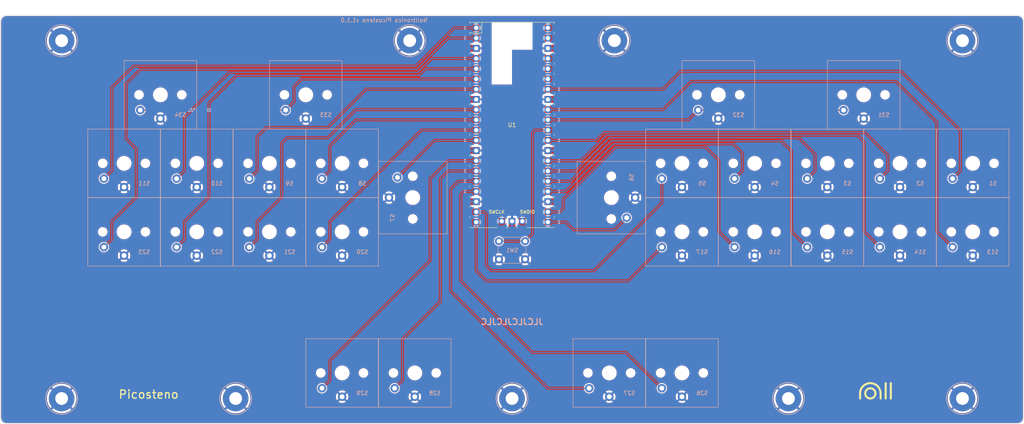
<source format=kicad_pcb>
(kicad_pcb (version 20211014) (generator pcbnew)
  (layers (0 "F.Cu" signal) (31 "B.Cu" signal) (34 "B.Paste" user) (35 "F.Paste" user) (36 "B.SilkS" user "B.Silkscreen") (37 "F.SilkS" user "F.Silkscreen") (38 "B.Mask" user) (39 "F.Mask" user) (44 "Edge.Cuts" user))
  (net 0 "")
  (net 1 "GND")
  (net 2 "+3V3")
  (net 3 "/RUN")
  (net 7 "/GPIO28")
  (net 8 "/GPIO26")
  (net 9 "/GPIO21")
  (net 10 "/GPIO19")
  (net 11 "/GPIO17")
  (net 12 "/GPIO13")
  (net 13 "/GPIO9")
  (net 14 "/GPIO7")
  (net 15 "/GPIO5")
  (net 16 "/GPIO3")
  (net 17 "/GPIO0")
  (net 18 "/GPIO27")
  (net 19 "/GPIO22")
  (net 20 "/GPIO20")
  (net 21 "/GPIO18")
  (net 22 "/GPIO16")
  (net 23 "/GPIO10")
  (net 24 "/GPIO8")
  (net 25 "/GPIO6")
  (net 26 "/GPIO4")
  (net 27 "/GPIO1")
  (net 28 "/GPIO15")
  (net 29 "/GPIO14")
  (net 30 "/GPIO12")
  (net 31 "/GPIO11")
  (net 32 "/GPIO2")
  (footprint "MCU_RaspberryPi_and_Boards:RPi_Pico_SMD_TH" (layer "F.Cu") (at 152.4 78.105)
    (fp_text reference "U1" (at 0 0) (layer "F.SilkS"))
    (fp_text value "Pico")
    (fp_text user "SWDIO" (at 3.81 21.59) (layer "F.SilkS") (effects (font (size 0.8 0.8))))
    (fp_text user "SWCLK" (at -3.81 21.59) (layer "F.SilkS") (effects (font (size 0.8 0.8))))
    (pad "" np_thru_hole oval (at -2.425 -20.97) (size 1.5 1.5) (drill 1.5) (layers *.Cu *.Mask))
    (pad "" np_thru_hole oval (at -2.725 -24) (size 1.8 1.8) (drill 1.8) (layers *.Cu *.Mask))
    (pad "" np_thru_hole oval (at 2.725 -24) (size 1.8 1.8) (drill 1.8) (layers *.Cu *.Mask))
    (pad "" np_thru_hole oval (at 2.425 -20.97) (size 1.5 1.5) (drill 1.5) (layers *.Cu *.Mask))
    (pad "1" smd rect (at -8.89 -24.13) (size 3.5 1.7) (drill (offset -0.9 0)) (layers "F.Cu" "F.Mask") (net 17 "/GPIO0"))
    (pad "1" thru_hole oval (at -8.89 -24.13) (size 1.7 1.7) (drill 1.02) (layers *.Cu *.Mask) (net 17 "/GPIO0"))
    (pad "2" thru_hole oval (at -8.89 -21.59) (size 1.7 1.7) (drill 1.02) (layers *.Cu *.Mask) (net 27 "/GPIO1"))
    (pad "2" smd rect (at -8.89 -21.59) (size 3.5 1.7) (drill (offset -0.9 0)) (layers "F.Cu" "F.Mask") (net 27 "/GPIO1"))
    (pad "3" thru_hole rect (at -8.89 -19.05) (size 1.7 1.7) (drill 1.02) (layers *.Cu *.Mask) (net 1 "GND"))
    (pad "3" smd rect (at -8.89 -19.05) (size 3.5 1.7) (drill (offset -0.9 0)) (layers "F.Cu" "F.Mask") (net 1 "GND"))
    (pad "4" smd rect (at -8.89 -16.51) (size 3.5 1.7) (drill (offset -0.9 0)) (layers "F.Cu" "F.Mask") (net 32 "/GPIO2"))
    (pad "4" thru_hole oval (at -8.89 -16.51) (size 1.7 1.7) (drill 1.02) (layers *.Cu *.Mask) (net 32 "/GPIO2"))
    (pad "5" smd rect (at -8.89 -13.97) (size 3.5 1.7) (drill (offset -0.9 0)) (layers "F.Cu" "F.Mask") (net 16 "/GPIO3"))
    (pad "5" thru_hole oval (at -8.89 -13.97) (size 1.7 1.7) (drill 1.02) (layers *.Cu *.Mask) (net 16 "/GPIO3"))
    (pad "6" smd rect (at -8.89 -11.43) (size 3.5 1.7) (drill (offset -0.9 0)) (layers "F.Cu" "F.Mask") (net 26 "/GPIO4"))
    (pad "6" thru_hole oval (at -8.89 -11.43) (size 1.7 1.7) (drill 1.02) (layers *.Cu *.Mask) (net 26 "/GPIO4"))
    (pad "7" smd rect (at -8.89 -8.89) (size 3.5 1.7) (drill (offset -0.9 0)) (layers "F.Cu" "F.Mask") (net 15 "/GPIO5"))
    (pad "7" thru_hole oval (at -8.89 -8.89) (size 1.7 1.7) (drill 1.02) (layers *.Cu *.Mask) (net 15 "/GPIO5"))
    (pad "8" smd rect (at -8.89 -6.35) (size 3.5 1.7) (drill (offset -0.9 0)) (layers "F.Cu" "F.Mask") (net 1 "GND"))
    (pad "8" thru_hole rect (at -8.89 -6.35) (size 1.7 1.7) (drill 1.02) (layers *.Cu *.Mask) (net 1 "GND"))
    (pad "9" smd rect (at -8.89 -3.81) (size 3.5 1.7) (drill (offset -0.9 0)) (layers "F.Cu" "F.Mask") (net 25 "/GPIO6"))
    (pad "9" thru_hole oval (at -8.89 -3.81) (size 1.7 1.7) (drill 1.02) (layers *.Cu *.Mask) (net 25 "/GPIO6"))
    (pad "10" thru_hole oval (at -8.89 -1.27) (size 1.7 1.7) (drill 1.02) (layers *.Cu *.Mask) (net 14 "/GPIO7"))
    (pad "10" smd rect (at -8.89 -1.27) (size 3.5 1.7) (drill (offset -0.9 0)) (layers "F.Cu" "F.Mask") (net 14 "/GPIO7"))
    (pad "11" smd rect (at -8.89 1.27) (size 3.5 1.7) (drill (offset -0.9 0)) (layers "F.Cu" "F.Mask") (net 24 "/GPIO8"))
    (pad "11" thru_hole oval (at -8.89 1.27) (size 1.7 1.7) (drill 1.02) (layers *.Cu *.Mask) (net 24 "/GPIO8"))
    (pad "12" thru_hole oval (at -8.89 3.81) (size 1.7 1.7) (drill 1.02) (layers *.Cu *.Mask) (net 13 "/GPIO9"))
    (pad "12" smd rect (at -8.89 3.81) (size 3.5 1.7) (drill (offset -0.9 0)) (layers "F.Cu" "F.Mask") (net 13 "/GPIO9"))
    (pad "13" smd rect (at -8.89 6.35) (size 3.5 1.7) (drill (offset -0.9 0)) (layers "F.Cu" "F.Mask") (net 1 "GND"))
    (pad "13" thru_hole rect (at -8.89 6.35) (size 1.7 1.7) (drill 1.02) (layers *.Cu *.Mask) (net 1 "GND"))
    (pad "14" smd rect (at -8.89 8.89) (size 3.5 1.7) (drill (offset -0.9 0)) (layers "F.Cu" "F.Mask") (net 23 "/GPIO10"))
    (pad "14" thru_hole oval (at -8.89 8.89) (size 1.7 1.7) (drill 1.02) (layers *.Cu *.Mask) (net 23 "/GPIO10"))
    (pad "15" smd rect (at -8.89 11.43) (size 3.5 1.7) (drill (offset -0.9 0)) (layers "F.Cu" "F.Mask") (net 31 "/GPIO11"))
    (pad "15" thru_hole oval (at -8.89 11.43) (size 1.7 1.7) (drill 1.02) (layers *.Cu *.Mask) (net 31 "/GPIO11"))
    (pad "16" smd rect (at -8.89 13.97) (size 3.5 1.7) (drill (offset -0.9 0)) (layers "F.Cu" "F.Mask") (net 30 "/GPIO12"))
    (pad "16" thru_hole oval (at -8.89 13.97) (size 1.7 1.7) (drill 1.02) (layers *.Cu *.Mask) (net 30 "/GPIO12"))
    (pad "17" thru_hole oval (at -8.89 16.51) (size 1.7 1.7) (drill 1.02) (layers *.Cu *.Mask) (net 12 "/GPIO13"))
    (pad "17" smd rect (at -8.89 16.51) (size 3.5 1.7) (drill (offset -0.9 0)) (layers "F.Cu" "F.Mask") (net 12 "/GPIO13"))
    (pad "18" smd rect (at -8.89 19.05) (size 3.5 1.7) (drill (offset -0.9 0)) (layers "F.Cu" "F.Mask") (net 1 "GND"))
    (pad "18" thru_hole rect (at -8.89 19.05) (size 1.7 1.7) (drill 1.02) (layers *.Cu *.Mask) (net 1 "GND"))
    (pad "19" thru_hole oval (at -8.89 21.59) (size 1.7 1.7) (drill 1.02) (layers *.Cu *.Mask) (net 29 "/GPIO14"))
    (pad "19" smd rect (at -8.89 21.59) (size 3.5 1.7) (drill (offset -0.9 0)) (layers "F.Cu" "F.Mask") (net 29 "/GPIO14"))
    (pad "20" thru_hole oval (at -8.89 24.13) (size 1.7 1.7) (drill 1.02) (layers *.Cu *.Mask) (net 28 "/GPIO15"))
    (pad "20" smd rect (at -8.89 24.13) (size 3.5 1.7) (drill (offset -0.9 0)) (layers "F.Cu" "F.Mask") (net 28 "/GPIO15"))
    (pad "21" thru_hole oval (at 8.89 24.13) (size 1.7 1.7) (drill 1.02) (layers *.Cu *.Mask) (net 22 "/GPIO16"))
    (pad "21" smd rect (at 8.89 24.13) (size 3.5 1.7) (drill (offset 0.9 0)) (layers "F.Cu" "F.Mask") (net 22 "/GPIO16"))
    (pad "22" thru_hole oval (at 8.89 21.59) (size 1.7 1.7) (drill 1.02) (layers *.Cu *.Mask) (net 11 "/GPIO17"))
    (pad "22" smd rect (at 8.89 21.59) (size 3.5 1.7) (drill (offset 0.9 0)) (layers "F.Cu" "F.Mask") (net 11 "/GPIO17"))
    (pad "23" smd rect (at 8.89 19.05) (size 3.5 1.7) (drill (offset 0.9 0)) (layers "F.Cu" "F.Mask") (net 1 "GND"))
    (pad "23" thru_hole rect (at 8.89 19.05) (size 1.7 1.7) (drill 1.02) (layers *.Cu *.Mask) (net 1 "GND"))
    (pad "24" thru_hole oval (at 8.89 16.51) (size 1.7 1.7) (drill 1.02) (layers *.Cu *.Mask) (net 21 "/GPIO18"))
    (pad "24" smd rect (at 8.89 16.51) (size 3.5 1.7) (drill (offset 0.9 0)) (layers "F.Cu" "F.Mask") (net 21 "/GPIO18"))
    (pad "25" smd rect (at 8.89 13.97) (size 3.5 1.7) (drill (offset 0.9 0)) (layers "F.Cu" "F.Mask") (net 10 "/GPIO19"))
    (pad "25" thru_hole oval (at 8.89 13.97) (size 1.7 1.7) (drill 1.02) (layers *.Cu *.Mask) (net 10 "/GPIO19"))
    (pad "26" thru_hole oval (at 8.89 11.43) (size 1.7 1.7) (drill 1.02) (layers *.Cu *.Mask) (net 20 "/GPIO20"))
    (pad "26" smd rect (at 8.89 11.43) (size 3.5 1.7) (drill (offset 0.9 0)) (layers "F.Cu" "F.Mask") (net 20 "/GPIO20"))
    (pad "27" thru_hole oval (at 8.89 8.89) (size 1.7 1.7) (drill 1.02) (layers *.Cu *.Mask) (net 9 "/GPIO21"))
    (pad "27" smd rect (at 8.89 8.89) (size 3.5 1.7) (drill (offset 0.9 0)) (layers "F.Cu" "F.Mask") (net 9 "/GPIO21"))
    (pad "28" thru_hole rect (at 8.89 6.35) (size 1.7 1.7) (drill 1.02) (layers *.Cu *.Mask) (net 1 "GND"))
    (pad "28" smd rect (at 8.89 6.35) (size 3.5 1.7) (drill (offset 0.9 0)) (layers "F.Cu" "F.Mask") (net 1 "GND"))
    (pad "29" thru_hole oval (at 8.89 3.81) (size 1.7 1.7) (drill 1.02) (layers *.Cu *.Mask) (net 19 "/GPIO22"))
    (pad "29" smd rect (at 8.89 3.81) (size 3.5 1.7) (drill (offset 0.9 0)) (layers "F.Cu" "F.Mask") (net 19 "/GPIO22"))
    (pad "30" thru_hole oval (at 8.89 1.27) (size 1.7 1.7) (drill 1.02) (layers *.Cu *.Mask) (net 3 "/RUN"))
    (pad "30" smd rect (at 8.89 1.27) (size 3.5 1.7) (drill (offset 0.9 0)) (layers "F.Cu" "F.Mask") (net 3 "/RUN"))
    (pad "31" smd rect (at 8.89 -1.27) (size 3.5 1.7) (drill (offset 0.9 0)) (layers "F.Cu" "F.Mask") (net 8 "/GPIO26"))
    (pad "31" thru_hole oval (at 8.89 -1.27) (size 1.7 1.7) (drill 1.02) (layers *.Cu *.Mask) (net 8 "/GPIO26"))
    (pad "32" thru_hole oval (at 8.89 -3.81) (size 1.7 1.7) (drill 1.02) (layers *.Cu *.Mask) (net 18 "/GPIO27"))
    (pad "32" smd rect (at 8.89 -3.81) (size 3.5 1.7) (drill (offset 0.9 0)) (layers "F.Cu" "F.Mask") (net 18 "/GPIO27"))
    (pad "33" smd rect (at 8.89 -6.35) (size 3.5 1.7) (drill (offset 0.9 0)) (layers "F.Cu" "F.Mask") (net 1 "GND"))
    (pad "33" thru_hole rect (at 8.89 -6.35) (size 1.7 1.7) (drill 1.02) (layers *.Cu *.Mask) (net 1 "GND"))
    (pad "34" smd rect (at 8.89 -8.89) (size 3.5 1.7) (drill (offset 0.9 0)) (layers "F.Cu" "F.Mask") (net 7 "/GPIO28"))
    (pad "34" thru_hole oval (at 8.89 -8.89) (size 1.7 1.7) (drill 1.02) (layers *.Cu *.Mask) (net 7 "/GPIO28"))
    (pad "35" thru_hole oval (at 8.89 -11.43) (size 1.7 1.7) (drill 1.02) (layers *.Cu *.Mask))
    (pad "35" smd rect (at 8.89 -11.43) (size 3.5 1.7) (drill (offset 0.9 0)) (layers "F.Cu" "F.Mask"))
    (pad "36" smd rect (at 8.89 -13.97) (size 3.5 1.7) (drill (offset 0.9 0)) (layers "F.Cu" "F.Mask") (net 2 "+3V3"))
    (pad "36" thru_hole oval (at 8.89 -13.97) (size 1.7 1.7) (drill 1.02) (layers *.Cu *.Mask) (net 2 "+3V3"))
    (pad "37" thru_hole oval (at 8.89 -16.51) (size 1.7 1.7) (drill 1.02) (layers *.Cu *.Mask))
    (pad "37" smd rect (at 8.89 -16.51) (size 3.5 1.7) (drill (offset 0.9 0)) (layers "F.Cu" "F.Mask"))
    (pad "38" smd rect (at 8.89 -19.05) (size 3.5 1.7) (drill (offset 0.9 0)) (layers "F.Cu" "F.Mask") (net 1 "GND"))
    (pad "38" thru_hole rect (at 8.89 -19.05) (size 1.7 1.7) (drill 1.02) (layers *.Cu *.Mask) (net 1 "GND"))
    (pad "39" smd rect (at 8.89 -21.59) (size 3.5 1.7) (drill (offset 0.9 0)) (layers "F.Cu" "F.Mask"))
    (pad "39" thru_hole oval (at 8.89 -21.59) (size 1.7 1.7) (drill 1.02) (layers *.Cu *.Mask))
    (pad "40" smd rect (at 8.89 -24.13) (size 3.5 1.7) (drill (offset 0.9 0)) (layers "F.Cu" "F.Mask"))
    (pad "40" thru_hole oval (at 8.89 -24.13) (size 1.7 1.7) (drill 1.02) (layers *.Cu *.Mask))
    (pad "41" thru_hole oval (at -2.54 23.9) (size 1.7 1.7) (drill 1.02) (layers *.Cu *.Mask))
    (pad "41" smd rect (at -2.54 23.9 90) (size 3.5 1.7) (drill (offset -0.9 0)) (layers "F.Cu" "F.Mask"))
    (pad "42" thru_hole rect (at 0 23.9) (size 1.7 1.7) (drill 1.02) (layers *.Cu *.Mask) (net 1 "GND"))
    (pad "42" smd rect (at 0 23.9 90) (size 3.5 1.7) (drill (offset -0.9 0)) (layers "F.Cu" "F.Mask") (net 1 "GND"))
    (pad "43" thru_hole oval (at 2.54 23.9) (size 1.7 1.7) (drill 1.02) (layers *.Cu *.Mask))
    (pad "43" smd rect (at 2.54 23.9 90) (size 3.5 1.7) (drill (offset -0.9 0)) (layers "F.Cu" "F.Mask"))
  )
  (footprint "EcoSteno:Post" (layer "F.Cu") (at 127 57.15)
    (fp_text reference "J3" hide)
    (fp_text value "Conn_01x01_Female")
    (pad "1" thru_hole circle locked (at 0 0) (size 6.35 6.35) (drill 3.175) (layers *.Cu *.Mask) (net 1 "GND"))
  )
  (footprint "EcoSteno:Post" (layer "F.Cu") (at 83.82 146.05)
    (fp_text reference "J7" hide)
    (fp_text value "Conn_01x01_Female")
    (pad "1" thru_hole circle locked (at 0 0) (size 6.35 6.35) (drill 3.175) (layers *.Cu *.Mask) (net 1 "GND"))
  )
  (footprint "EcoSteno:Post" (layer "F.Cu") (at 264.16 57.15)
    (fp_text reference "J5" hide)
    (fp_text value "Conn_01x01_Female")
    (pad "1" thru_hole circle locked (at 0 0) (size 6.35 6.35) (drill 3.175) (layers *.Cu *.Mask) (net 1 "GND"))
  )
  (footprint "EcoSteno:Post" (layer "F.Cu") (at 177.8 57.15)
    (fp_text reference "J4" hide)
    (fp_text value "Conn_01x01_Female")
    (pad "1" thru_hole circle locked (at 0 0) (size 6.35 6.35) (drill 3.175) (layers *.Cu *.Mask) (net 1 "GND"))
  )
  (footprint "EcoSteno:Post" (layer "F.Cu") (at 220.98 146.05)
    (fp_text reference "J9" hide)
    (fp_text value "Conn_01x01_Female")
    (pad "1" thru_hole circle locked (at 0 0) (size 6.35 6.35) (drill 3.175) (layers *.Cu *.Mask) (net 1 "GND"))
  )
  (footprint "EcoSteno:Post" (layer "F.Cu") (at 152.4 146.05)
    (fp_text reference "J8" hide)
    (fp_text value "Conn_01x01_Female")
    (pad "1" thru_hole circle locked (at 0 0) (size 6.35 6.35) (drill 3.175) (layers *.Cu *.Mask) (net 1 "GND"))
  )
  (footprint "EcoSteno:Post" (layer "F.Cu") (at 264.16 146.05)
    (fp_text reference "J1" hide)
    (fp_text value "Conn_01x01_Female")
    (pad "1" thru_hole circle locked (at 0 0) (size 6.35 6.35) (drill 3.175) (layers *.Cu *.Mask) (net 1 "GND"))
  )
  (footprint "EcoSteno:Post" (layer "F.Cu") (at 40.64 146.05)
    (fp_text reference "J6" hide)
    (fp_text value "Conn_01x01_Female")
    (pad "1" thru_hole circle locked (at 0 0) (size 6.35 6.35) (drill 3.175) (layers *.Cu *.Mask) (net 1 "GND"))
  )
  (footprint "EcoSteno:Post" (layer "F.Cu") (at 40.64 57.15)
    (fp_text reference "J2" hide)
    (fp_text value "Conn_01x01_Female")
    (pad "1" thru_hole circle locked (at 0 0) (size 6.35 6.35) (drill 3.175) (layers *.Cu *.Mask) (net 1 "GND"))
  )
  (footprint "EcoSteno:Keyswitch_Kailh_Leadside_FrictionSnap" (layer "B.Cu") (at 239.649 70.612 180)
    (fp_text reference "S31" (at -5 -5) (layer "B.SilkS") (effects (justify mirror)))
    (fp_text value "Kailh_Choc")
    (pad "" np_thru_hole circle (at 0 0 180) (size 3.2 3.2) (drill 3.2) (layers *.Cu *.Mask))
    (pad "" np_thru_hole circle (at 5.3 0 180) (size 1.9 1.9) (drill 1.9) (layers *.Cu *.Mask))
    (pad "" np_thru_hole circle (at -5.3 0 180) (size 1.9 1.9) (drill 1.9) (layers *.Cu *.Mask))
    (pad "1" thru_hole circle (at 5 -3.8 180) (size 2.1 2.1) (drill 1.2) (layers *.Cu *.Mask) (net 8 "/GPIO26"))
    (pad "2" thru_hole circle (at 0 -5.9 180) (size 2.1 2.1) (drill 1.2) (layers *.Cu *.Mask) (net 1 "GND"))
  )
  (footprint "EcoSteno:Keyswitch_Kailh_Leadside_FrictionSnap" (layer "B.Cu") (at 101.219 70.612 180)
    (fp_text reference "S33" (at -5 -5) (layer "B.SilkS") (effects (justify mirror)))
    (fp_text value "Kailh_Choc")
    (pad "" np_thru_hole circle (at 5.3 0 180) (size 1.9 1.9) (drill 1.9) (layers *.Cu *.Mask))
    (pad "" np_thru_hole circle (at -5.3 0 180) (size 1.9 1.9) (drill 1.9) (layers *.Cu *.Mask))
    (pad "" np_thru_hole circle (at 0 0 180) (size 3.2 3.2) (drill 3.2) (layers *.Cu *.Mask))
    (pad "1" thru_hole circle (at 5 -3.8 180) (size 2.1 2.1) (drill 1.2) (layers *.Cu *.Mask) (net 26 "/GPIO4"))
    (pad "2" thru_hole circle (at 0 -5.9 180) (size 2.1 2.1) (drill 1.2) (layers *.Cu *.Mask) (net 1 "GND"))
  )
  (footprint "EcoSteno:Keyswitch_Kailh_Leadside_FrictionSnap" (layer "B.Cu") (at 74.168 87.63 180)
    (fp_text reference "S10" (at -5 -5) (layer "B.SilkS") (effects (justify mirror)))
    (fp_text value "Kailh_Choc")
    (pad "" np_thru_hole circle (at 5.3 0 180) (size 1.9 1.9) (drill 1.9) (layers *.Cu *.Mask))
    (pad "" np_thru_hole circle (at 0 0 180) (size 3.2 3.2) (drill 3.2) (layers *.Cu *.Mask))
    (pad "" np_thru_hole circle (at -5.3 0 180) (size 1.9 1.9) (drill 1.9) (layers *.Cu *.Mask))
    (pad "1" thru_hole circle (at 5 -3.8 180) (size 2.1 2.1) (drill 1.2) (layers *.Cu *.Mask) (net 32 "/GPIO2"))
    (pad "2" thru_hole circle (at 0 -5.9 180) (size 2.1 2.1) (drill 1.2) (layers *.Cu *.Mask) (net 1 "GND"))
  )
  (footprint "EcoSteno:Keyswitch_Kailh_Leadside_FrictionSnap" (layer "B.Cu") (at 110.236 87.63 180)
    (fp_text reference "S8" (at -5 -5) (layer "B.SilkS") (effects (justify mirror)))
    (fp_text value "Kailh_Choc")
    (pad "" np_thru_hole circle (at 5.3 0 180) (size 1.9 1.9) (drill 1.9) (layers *.Cu *.Mask))
    (pad "" np_thru_hole circle (at -5.3 0 180) (size 1.9 1.9) (drill 1.9) (layers *.Cu *.Mask))
    (pad "" np_thru_hole circle (at 0 0 180) (size 3.2 3.2) (drill 3.2) (layers *.Cu *.Mask))
    (pad "1" thru_hole circle (at 5 -3.8 180) (size 2.1 2.1) (drill 1.2) (layers *.Cu *.Mask) (net 14 "/GPIO7"))
    (pad "2" thru_hole circle (at 0 -5.9 180) (size 2.1 2.1) (drill 1.2) (layers *.Cu *.Mask) (net 1 "GND"))
  )
  (footprint "EcoSteno:Keyswitch_Kailh_Leadside_FrictionSnap" (layer "B.Cu") (at 92.202 87.63 180)
    (fp_text reference "S9" (at -5 -5) (layer "B.SilkS") (effects (justify mirror)))
    (fp_text value "Kailh_Choc")
    (pad "" np_thru_hole circle (at -5.3 0 180) (size 1.9 1.9) (drill 1.9) (layers *.Cu *.Mask))
    (pad "" np_thru_hole circle (at 5.3 0 180) (size 1.9 1.9) (drill 1.9) (layers *.Cu *.Mask))
    (pad "" np_thru_hole circle (at 0 0 180) (size 3.2 3.2) (drill 3.2) (layers *.Cu *.Mask))
    (pad "1" thru_hole circle (at 5 -3.8 180) (size 2.1 2.1) (drill 1.2) (layers *.Cu *.Mask) (net 15 "/GPIO5"))
    (pad "2" thru_hole circle (at 0 -5.9 180) (size 2.1 2.1) (drill 1.2) (layers *.Cu *.Mask) (net 1 "GND"))
  )
  (footprint "EcoSteno:Keyswitch_Kailh_Leadside_FrictionSnap" (layer "B.Cu") (at 56.134 87.63 180)
    (fp_text reference "S11" (at -5 -5) (layer "B.SilkS") (effects (justify mirror)))
    (fp_text value "Kailh_Choc")
    (pad "" np_thru_hole circle (at 5.3 0 180) (size 1.9 1.9) (drill 1.9) (layers *.Cu *.Mask))
    (pad "" np_thru_hole circle (at -5.3 0 180) (size 1.9 1.9) (drill 1.9) (layers *.Cu *.Mask))
    (pad "" np_thru_hole circle (at 0 0 180) (size 3.2 3.2) (drill 3.2) (layers *.Cu *.Mask))
    (pad "1" thru_hole circle (at 5 -3.8 180) (size 2.1 2.1) (drill 1.2) (layers *.Cu *.Mask) (net 17 "/GPIO0"))
    (pad "2" thru_hole circle (at 0 -5.9 180) (size 2.1 2.1) (drill 1.2) (layers *.Cu *.Mask) (net 1 "GND"))
  )
  (footprint "EcoSteno:Keyswitch_Kailh_Leadside_FrictionSnap" (layer "B.Cu") (at 212.598 104.648 180)
    (fp_text reference "S16" (at -5 -5) (layer "B.SilkS") (effects (justify mirror)))
    (fp_text value "Kailh_Choc")
    (pad "" np_thru_hole circle (at -5.3 0 180) (size 1.9 1.9) (drill 1.9) (layers *.Cu *.Mask))
    (pad "" np_thru_hole circle (at 5.3 0 180) (size 1.9 1.9) (drill 1.9) (layers *.Cu *.Mask))
    (pad "" np_thru_hole circle (at 0 0 180) (size 3.2 3.2) (drill 3.2) (layers *.Cu *.Mask))
    (pad "1" thru_hole circle (at 5 -3.8 180) (size 2.1 2.1) (drill 1.2) (layers *.Cu *.Mask) (net 11 "/GPIO17"))
    (pad "2" thru_hole circle (at 0 -5.9 180) (size 2.1 2.1) (drill 1.2) (layers *.Cu *.Mask) (net 1 "GND"))
  )
  (footprint "EcoSteno:Keyswitch_Kailh_Leadside_FrictionSnap" (layer "B.Cu") (at 230.632 104.648 180)
    (fp_text reference "S15" (at -5 -5) (layer "B.SilkS") (effects (justify mirror)))
    (fp_text value "Kailh_Choc")
    (pad "" np_thru_hole circle (at 0 0 180) (size 3.2 3.2) (drill 3.2) (layers *.Cu *.Mask))
    (pad "" np_thru_hole circle (at 5.3 0 180) (size 1.9 1.9) (drill 1.9) (layers *.Cu *.Mask))
    (pad "" np_thru_hole circle (at -5.3 0 180) (size 1.9 1.9) (drill 1.9) (layers *.Cu *.Mask))
    (pad "1" thru_hole circle (at 5 -3.8 180) (size 2.1 2.1) (drill 1.2) (layers *.Cu *.Mask) (net 10 "/GPIO19"))
    (pad "2" thru_hole circle (at 0 -5.9 180) (size 2.1 2.1) (drill 1.2) (layers *.Cu *.Mask) (net 1 "GND"))
  )
  (footprint "EcoSteno:Keyswitch_Kailh_Leadside_FrictionSnap" (layer "B.Cu") (at 248.666 104.648 180)
    (fp_text reference "S14" (at -5 -5) (layer "B.SilkS") (effects (justify mirror)))
    (fp_text value "Kailh_Choc")
    (pad "" np_thru_hole circle (at -5.3 0 180) (size 1.9 1.9) (drill 1.9) (layers *.Cu *.Mask))
    (pad "" np_thru_hole circle (at 0 0 180) (size 3.2 3.2) (drill 3.2) (layers *.Cu *.Mask))
    (pad "" np_thru_hole circle (at 5.3 0 180) (size 1.9 1.9) (drill 1.9) (layers *.Cu *.Mask))
    (pad "1" thru_hole circle (at 5 -3.8 180) (size 2.1 2.1) (drill 1.2) (layers *.Cu *.Mask) (net 9 "/GPIO21"))
    (pad "2" thru_hole circle (at 0 -5.9 180) (size 2.1 2.1) (drill 1.2) (layers *.Cu *.Mask) (net 1 "GND"))
  )
  (footprint "EcoSteno:Keyswitch_Kailh_Leadside_FrictionSnap" (layer "B.Cu") (at 266.7 104.648 180)
    (fp_text reference "S13" (at -5 -5) (layer "B.SilkS") (effects (justify mirror)))
    (fp_text value "Kailh_Choc")
    (pad "" np_thru_hole circle (at -5.3 0 180) (size 1.9 1.9) (drill 1.9) (layers *.Cu *.Mask))
    (pad "" np_thru_hole circle (at 0 0 180) (size 3.2 3.2) (drill 3.2) (layers *.Cu *.Mask))
    (pad "" np_thru_hole circle (at 5.3 0 180) (size 1.9 1.9) (drill 1.9) (layers *.Cu *.Mask))
    (pad "1" thru_hole circle (at 5 -3.8 180) (size 2.1 2.1) (drill 1.2) (layers *.Cu *.Mask) (net 18 "/GPIO27"))
    (pad "2" thru_hole circle (at 0 -5.9 180) (size 2.1 2.1) (drill 1.2) (layers *.Cu *.Mask) (net 1 "GND"))
  )
  (footprint "EcoSteno:Keyswitch_Kailh_Leadside_FrictionSnap" (layer "B.Cu") (at 74.168 104.648 180)
    (fp_text reference "S22" (at -5 -5) (layer "B.SilkS") (effects (justify mirror)))
    (fp_text value "Kailh_Choc")
    (pad "" np_thru_hole circle (at -5.3 0 180) (size 1.9 1.9) (drill 1.9) (layers *.Cu *.Mask))
    (pad "" np_thru_hole circle (at 0 0 180) (size 3.2 3.2) (drill 3.2) (layers *.Cu *.Mask))
    (pad "" np_thru_hole circle (at 5.3 0 180) (size 1.9 1.9) (drill 1.9) (layers *.Cu *.Mask))
    (pad "1" thru_hole circle (at 5 -3.8 180) (size 2.1 2.1) (drill 1.2) (layers *.Cu *.Mask) (net 16 "/GPIO3"))
    (pad "2" thru_hole circle (at 0 -5.9 180) (size 2.1 2.1) (drill 1.2) (layers *.Cu *.Mask) (net 1 "GND"))
  )
  (footprint "EcoSteno:Keyswitch_Kailh_Leadside_FrictionSnap" (layer "B.Cu") (at 110.236 104.648 180)
    (fp_text reference "S20" (at -5 -5) (layer "B.SilkS") (effects (justify mirror)))
    (fp_text value "Kailh_Choc")
    (pad "" np_thru_hole circle (at 5.3 0 180) (size 1.9 1.9) (drill 1.9) (layers *.Cu *.Mask))
    (pad "" np_thru_hole circle (at 0 0 180) (size 3.2 3.2) (drill 3.2) (layers *.Cu *.Mask))
    (pad "" np_thru_hole circle (at -5.3 0 180) (size 1.9 1.9) (drill 1.9) (layers *.Cu *.Mask))
    (pad "1" thru_hole circle (at 5 -3.8 180) (size 2.1 2.1) (drill 1.2) (layers *.Cu *.Mask) (net 24 "/GPIO8"))
    (pad "2" thru_hole circle (at 0 -5.9 180) (size 2.1 2.1) (drill 1.2) (layers *.Cu *.Mask) (net 1 "GND"))
  )
  (footprint "EcoSteno:Keyswitch_Kailh_Leadside_FrictionSnap" (layer "B.Cu") (at 194.564 104.648 180)
    (fp_text reference "S17" (at -5 -5) (layer "B.SilkS") (effects (justify mirror)))
    (fp_text value "Kailh_Choc")
    (pad "" np_thru_hole circle (at -5.3 0 180) (size 1.9 1.9) (drill 1.9) (layers *.Cu *.Mask))
    (pad "" np_thru_hole circle (at 5.3 0 180) (size 1.9 1.9) (drill 1.9) (layers *.Cu *.Mask))
    (pad "" np_thru_hole circle (at 0 0 180) (size 3.2 3.2) (drill 3.2) (layers *.Cu *.Mask))
    (pad "1" thru_hole circle (at 5 -3.8 180) (size 2.1 2.1) (drill 1.2) (layers *.Cu *.Mask) (net 28 "/GPIO15"))
    (pad "2" thru_hole circle (at 0 -5.9 180) (size 2.1 2.1) (drill 1.2) (layers *.Cu *.Mask) (net 1 "GND"))
  )
  (footprint "EcoSteno:Keyswitch_Kailh_Leadside_FrictionSnap" (layer "B.Cu") (at 56.134 104.648 180)
    (fp_text reference "S23" (at -5 -5) (layer "B.SilkS") (effects (justify mirror)))
    (fp_text value "Kailh_Choc")
    (pad "" np_thru_hole circle (at -5.3 0 180) (size 1.9 1.9) (drill 1.9) (layers *.Cu *.Mask))
    (pad "" np_thru_hole circle (at 0 0 180) (size 3.2 3.2) (drill 3.2) (layers *.Cu *.Mask))
    (pad "" np_thru_hole circle (at 5.3 0 180) (size 1.9 1.9) (drill 1.9) (layers *.Cu *.Mask))
    (pad "1" thru_hole circle (at 5 -3.8 180) (size 2.1 2.1) (drill 1.2) (layers *.Cu *.Mask) (net 27 "/GPIO1"))
    (pad "2" thru_hole circle (at 0 -5.9 180) (size 2.1 2.1) (drill 1.2) (layers *.Cu *.Mask) (net 1 "GND"))
  )
  (footprint "EcoSteno:Keyswitch_Kailh_Leadside_FrictionSnap" (layer "B.Cu") (at 92.202 104.648 180)
    (fp_text reference "S21" (at -5 -5) (layer "B.SilkS") (effects (justify mirror)))
    (fp_text value "Kailh_Choc")
    (pad "" np_thru_hole circle (at 0 0 180) (size 3.2 3.2) (drill 3.2) (layers *.Cu *.Mask))
    (pad "" np_thru_hole circle (at 5.3 0 180) (size 1.9 1.9) (drill 1.9) (layers *.Cu *.Mask))
    (pad "" np_thru_hole circle (at -5.3 0 180) (size 1.9 1.9) (drill 1.9) (layers *.Cu *.Mask))
    (pad "1" thru_hole circle (at 5 -3.8 180) (size 2.1 2.1) (drill 1.2) (layers *.Cu *.Mask) (net 25 "/GPIO6"))
    (pad "2" thru_hole circle (at 0 -5.9 180) (size 2.1 2.1) (drill 1.2) (layers *.Cu *.Mask) (net 1 "GND"))
  )
  (footprint "EcoSteno:Keyswitch_Kailh_Leadside_FrictionSnap" (layer "B.Cu") (at 65.151 70.612 180)
    (fp_text reference "S34" (at -5 -5) (layer "B.SilkS") (effects (justify mirror)))
    (fp_text value "Kailh_Choc")
    (pad "" np_thru_hole circle (at 5.3 0 180) (size 1.9 1.9) (drill 1.9) (layers *.Cu *.Mask))
    (pad "" np_thru_hole circle (at 0 0 180) (size 3.2 3.2) (drill 3.2) (layers *.Cu *.Mask))
    (pad "" np_thru_hole circle (at -5.3 0 180) (size 1.9 1.9) (drill 1.9) (layers *.Cu *.Mask))
    (pad "1" thru_hole circle (at 5 -3.8 180) (size 2.1 2.1) (drill 1.2) (layers *.Cu *.Mask) (net 26 "/GPIO4"))
    (pad "2" thru_hole circle (at 0 -5.9 180) (size 2.1 2.1) (drill 1.2) (layers *.Cu *.Mask) (net 1 "GND"))
  )
  (footprint "EcoSteno:Keyswitch_Kailh_Leadside_FrictionSnap" (layer "B.Cu") (at 203.581 70.612 180)
    (fp_text reference "S32" (at -5 -5) (layer "B.SilkS") (effects (justify mirror)))
    (fp_text value "Kailh_Choc")
    (pad "" np_thru_hole circle (at 5.3 0 180) (size 1.9 1.9) (drill 1.9) (layers *.Cu *.Mask))
    (pad "" np_thru_hole circle (at -5.3 0 180) (size 1.9 1.9) (drill 1.9) (layers *.Cu *.Mask))
    (pad "" np_thru_hole circle (at 0 0 180) (size 3.2 3.2) (drill 3.2) (layers *.Cu *.Mask))
    (pad "1" thru_hole circle (at 5 -3.8 180) (size 2.1 2.1) (drill 1.2) (layers *.Cu *.Mask) (net 8 "/GPIO26"))
    (pad "2" thru_hole circle (at 0 -5.9 180) (size 2.1 2.1) (drill 1.2) (layers *.Cu *.Mask) (net 1 "GND"))
  )
  (footprint "EcoSteno:Keyswitch_Kailh_Leadside_FrictionSnap" (layer "B.Cu") (at 176.53 139.7 180)
    (fp_text reference "S27" (at -5 -5) (layer "B.SilkS") (effects (justify mirror)))
    (fp_text value "Kailh_Choc")
    (pad "" np_thru_hole circle (at -5.3 0 180) (size 1.9 1.9) (drill 1.9) (layers *.Cu *.Mask))
    (pad "" np_thru_hole circle (at 5.3 0 180) (size 1.9 1.9) (drill 1.9) (layers *.Cu *.Mask))
    (pad "" np_thru_hole circle (at 0 0 180) (size 3.2 3.2) (drill 3.2) (layers *.Cu *.Mask))
    (pad "1" thru_hole circle (at 5 -3.8 180) (size 2.1 2.1) (drill 1.2) (layers *.Cu *.Mask) (net 30 "/GPIO12"))
    (pad "2" thru_hole circle (at 0 -5.9 180) (size 2.1 2.1) (drill 1.2) (layers *.Cu *.Mask) (net 1 "GND"))
  )
  (footprint "EcoSteno:Keyswitch_Kailh_Leadside_FrictionSnap" (layer "B.Cu") (at 128.27 139.7 180)
    (fp_text reference "S28" (at -5 -5) (layer "B.SilkS") (effects (justify mirror)))
    (fp_text value "Kailh_Choc")
    (pad "" np_thru_hole circle (at 0 0 180) (size 3.2 3.2) (drill 3.2) (layers *.Cu *.Mask))
    (pad "" np_thru_hole circle (at -5.3 0 180) (size 1.9 1.9) (drill 1.9) (layers *.Cu *.Mask))
    (pad "" np_thru_hole circle (at 5.3 0 180) (size 1.9 1.9) (drill 1.9) (layers *.Cu *.Mask))
    (pad "1" thru_hole circle (at 5 -3.8 180) (size 2.1 2.1) (drill 1.2) (layers *.Cu *.Mask) (net 31 "/GPIO11"))
    (pad "2" thru_hole circle (at 0 -5.9 180) (size 2.1 2.1) (drill 1.2) (layers *.Cu *.Mask) (net 1 "GND"))
  )
  (footprint "EcoSteno:Keyswitch_Kailh_Leadside_FrictionSnap" (layer "B.Cu") (at 110.236 139.7 180)
    (fp_text reference "S29" (at -5 -5) (layer "B.SilkS") (effects (justify mirror)))
    (fp_text value "Kailh_Choc")
    (pad "" np_thru_hole circle (at 0 0 180) (size 3.2 3.2) (drill 3.2) (layers *.Cu *.Mask))
    (pad "" np_thru_hole circle (at -5.3 0 180) (size 1.9 1.9) (drill 1.9) (layers *.Cu *.Mask))
    (pad "" np_thru_hole circle (at 5.3 0 180) (size 1.9 1.9) (drill 1.9) (layers *.Cu *.Mask))
    (pad "1" thru_hole circle (at 5 -3.8 180) (size 2.1 2.1) (drill 1.2) (layers *.Cu *.Mask) (net 23 "/GPIO10"))
    (pad "2" thru_hole circle (at 0 -5.9 180) (size 2.1 2.1) (drill 1.2) (layers *.Cu *.Mask) (net 1 "GND"))
  )
  (footprint "EcoSteno:Keyswitch_Kailh_Leadside_FrictionSnap" (layer "B.Cu") (at 194.564 139.7 180)
    (fp_text reference "S26" (at -5 -5) (layer "B.SilkS") (effects (justify mirror)))
    (fp_text value "Kailh_Choc")
    (pad "" np_thru_hole circle (at -5.3 0 180) (size 1.9 1.9) (drill 1.9) (layers *.Cu *.Mask))
    (pad "" np_thru_hole circle (at 0 0 180) (size 3.2 3.2) (drill 3.2) (layers *.Cu *.Mask))
    (pad "" np_thru_hole circle (at 5.3 0 180) (size 1.9 1.9) (drill 1.9) (layers *.Cu *.Mask))
    (pad "1" thru_hole circle (at 5 -3.8 180) (size 2.1 2.1) (drill 1.2) (layers *.Cu *.Mask) (net 12 "/GPIO13"))
    (pad "2" thru_hole circle (at 0 -5.9 180) (size 2.1 2.1) (drill 1.2) (layers *.Cu *.Mask) (net 1 "GND"))
  )
  (footprint "EcoSteno:Keyswitch_Kailh_Leadside_FrictionSnap" (layer "B.Cu") (at 248.666 87.63 180)
    (fp_text reference "S2" (at -5 -5) (layer "B.SilkS") (effects (justify mirror)))
    (fp_text value "Kailh_Choc")
    (pad "" np_thru_hole circle (at 5.3 0 180) (size 1.9 1.9) (drill 1.9) (layers *.Cu *.Mask))
    (pad "" np_thru_hole circle (at -5.3 0 180) (size 1.9 1.9) (drill 1.9) (layers *.Cu *.Mask))
    (pad "" np_thru_hole circle (at 0 0 180) (size 3.2 3.2) (drill 3.2) (layers *.Cu *.Mask))
    (pad "1" thru_hole circle (at 5 -3.8 180) (size 2.1 2.1) (drill 1.2) (layers *.Cu *.Mask) (net 19 "/GPIO22"))
    (pad "2" thru_hole circle (at 0 -5.9 180) (size 2.1 2.1) (drill 1.2) (layers *.Cu *.Mask) (net 1 "GND"))
  )
  (footprint "EcoSteno:Keyswitch_Kailh_Leadside_FrictionSnap" (layer "B.Cu") (at 266.7 87.63 180)
    (fp_text reference "S1" (at -5 -5) (layer "B.SilkS") (effects (justify mirror)))
    (fp_text value "Kailh_Choc")
    (pad "" np_thru_hole circle (at 5.3 0 180) (size 1.9 1.9) (drill 1.9) (layers *.Cu *.Mask))
    (pad "" np_thru_hole circle (at 0 0 180) (size 3.2 3.2) (drill 3.2) (layers *.Cu *.Mask))
    (pad "" np_thru_hole circle (at -5.3 0 180) (size 1.9 1.9) (drill 1.9) (layers *.Cu *.Mask))
    (pad "1" thru_hole circle (at 5 -3.8 180) (size 2.1 2.1) (drill 1.2) (layers *.Cu *.Mask) (net 7 "/GPIO28"))
    (pad "2" thru_hole circle (at 0 -5.9 180) (size 2.1 2.1) (drill 1.2) (layers *.Cu *.Mask) (net 1 "GND"))
  )
  (footprint "EcoSteno:Keyswitch_Kailh_Leadside_FrictionSnap" (layer "B.Cu") (at 127.762 96.139 90)
    (fp_text reference "S7" (at -5 -5 90) (layer "B.SilkS") (effects (justify mirror)))
    (fp_text value "Kailh_Choc")
    (pad "" np_thru_hole circle (at -5.3 0 90) (size 1.9 1.9) (drill 1.9) (layers *.Cu *.Mask))
    (pad "" np_thru_hole circle (at 5.3 0 90) (size 1.9 1.9) (drill 1.9) (layers *.Cu *.Mask))
    (pad "" np_thru_hole circle (at 0 0 90) (size 3.2 3.2) (drill 3.2) (layers *.Cu *.Mask))
    (pad "1" thru_hole circle (at 5 -3.8 90) (size 2.1 2.1) (drill 1.2) (layers *.Cu *.Mask) (net 13 "/GPIO9"))
    (pad "2" thru_hole circle (at 0 -5.9 90) (size 2.1 2.1) (drill 1.2) (layers *.Cu *.Mask) (net 1 "GND"))
  )
  (footprint "EcoSteno:Keyswitch_Kailh_Leadside_FrictionSnap" (layer "B.Cu") (at 177.038 96.139 -90)
    (fp_text reference "S6" (at -5 -5 -270) (layer "B.SilkS") (effects (justify mirror)))
    (fp_text value "Kailh_Choc")
    (pad "" np_thru_hole circle (at -5.3 0 270) (size 1.9 1.9) (drill 1.9) (layers *.Cu *.Mask))
    (pad "" np_thru_hole circle (at 5.3 0 270) (size 1.9 1.9) (drill 1.9) (layers *.Cu *.Mask))
    (pad "" np_thru_hole circle (at 0 0 270) (size 3.2 3.2) (drill 3.2) (layers *.Cu *.Mask))
    (pad "1" thru_hole circle (at 5 -3.8 270) (size 2.1 2.1) (drill 1.2) (layers *.Cu *.Mask) (net 22 "/GPIO16"))
    (pad "2" thru_hole circle (at 0 -5.9 270) (size 2.1 2.1) (drill 1.2) (layers *.Cu *.Mask) (net 1 "GND"))
  )
  (footprint "EcoSteno:Keyswitch_Kailh_Leadside_FrictionSnap" (layer "B.Cu") (at 194.564 87.63 180)
    (fp_text reference "S5" (at -5 -5) (layer "B.SilkS") (effects (justify mirror)))
    (fp_text value "Kailh_Choc")
    (pad "" np_thru_hole circle (at -5.3 0 180) (size 1.9 1.9) (drill 1.9) (layers *.Cu *.Mask))
    (pad "" np_thru_hole circle (at 0 0 180) (size 3.2 3.2) (drill 3.2) (layers *.Cu *.Mask))
    (pad "" np_thru_hole circle (at 5.3 0 180) (size 1.9 1.9) (drill 1.9) (layers *.Cu *.Mask))
    (pad "1" thru_hole circle (at 5 -3.8 180) (size 2.1 2.1) (drill 1.2) (layers *.Cu *.Mask) (net 29 "/GPIO14"))
    (pad "2" thru_hole circle (at 0 -5.9 180) (size 2.1 2.1) (drill 1.2) (layers *.Cu *.Mask) (net 1 "GND"))
  )
  (footprint "EcoSteno:Keyswitch_Kailh_Leadside_FrictionSnap" (layer "B.Cu") (at 212.598 87.63 180)
    (fp_text reference "S4" (at -5 -5) (layer "B.SilkS") (effects (justify mirror)))
    (fp_text value "Kailh_Choc")
    (pad "" np_thru_hole circle (at -5.3 0 180) (size 1.9 1.9) (drill 1.9) (layers *.Cu *.Mask))
    (pad "" np_thru_hole circle (at 5.3 0 180) (size 1.9 1.9) (drill 1.9) (layers *.Cu *.Mask))
    (pad "" np_thru_hole circle (at 0 0 180) (size 3.2 3.2) (drill 3.2) (layers *.Cu *.Mask))
    (pad "1" thru_hole circle (at 5 -3.8 180) (size 2.1 2.1) (drill 1.2) (layers *.Cu *.Mask) (net 21 "/GPIO18"))
    (pad "2" thru_hole circle (at 0 -5.9 180) (size 2.1 2.1) (drill 1.2) (layers *.Cu *.Mask) (net 1 "GND"))
  )
  (footprint "EcoSteno:Keyswitch_Kailh_Leadside_FrictionSnap" (layer "B.Cu") (at 230.632 87.63 180)
    (fp_text reference "S3" (at -5 -5) (layer "B.SilkS") (effects (justify mirror)))
    (fp_text value "Kailh_Choc")
    (pad "" np_thru_hole circle (at -5.3 0 180) (size 1.9 1.9) (drill 1.9) (layers *.Cu *.Mask))
    (pad "" np_thru_hole circle (at 5.3 0 180) (size 1.9 1.9) (drill 1.9) (layers *.Cu *.Mask))
    (pad "" np_thru_hole circle (at 0 0 180) (size 3.2 3.2) (drill 3.2) (layers *.Cu *.Mask))
    (pad "1" thru_hole circle (at 5 -3.8 180) (size 2.1 2.1) (drill 1.2) (layers *.Cu *.Mask) (net 20 "/GPIO20"))
    (pad "2" thru_hole circle (at 0 -5.9 180) (size 2.1 2.1) (drill 1.2) (layers *.Cu *.Mask) (net 1 "GND"))
  )
  (footprint "Button_Switch_THT:SW_PUSH_6mm" (layer "B.Cu") (at 149.15 111.47)
    (fp_text reference "SW1" (at 3.25 -2.25) (layer "B.SilkS") (effects (justify mirror)))
    (fp_text value "SW_Push")
    (pad "1" thru_hole circle (at 6.5 0 270) (size 2 2) (drill 1.1) (layers *.Cu *.Mask) (net 1 "GND"))
    (pad "1" thru_hole circle (at 0 0 270) (size 2 2) (drill 1.1) (layers *.Cu *.Mask) (net 1 "GND"))
    (pad "2" thru_hole circle (at 0 -4.5 270) (size 2 2) (drill 1.1) (layers *.Cu *.Mask) (net 3 "/RUN"))
    (pad "2" thru_hole circle (at 6.5 -4.5 270) (size 2 2) (drill 1.1) (layers *.Cu *.Mask) (net 3 "/RUN"))
  )
  (gr_circle (center 40.64 57.15) (end 36.67125 57.15) (layer "B.SilkS") (width 0.15) (fill none))
  (gr_circle (center 152.4 146.05) (end 148.43125 146.05) (layer "B.SilkS") (width 0.15) (fill none))
  (gr_circle (center 220.98 146.05) (end 217.01125 146.05) (layer "B.SilkS") (width 0.15) (fill none))
  (gr_circle (center 127 57.15) (end 123.03125 57.15) (layer "B.SilkS") (width 0.15) (fill none))
  (gr_circle (center 83.82 146.05) (end 79.85125 146.05) (layer "B.SilkS") (width 0.15) (fill none))
  (gr_circle (center 264.16 146.05) (end 260.19125 146.05) (layer "B.SilkS") (width 0.15) (fill none))
  (gr_circle (center 264.16 57.15) (end 260.19125 57.15) (layer "B.SilkS") (width 0.15) (fill none))
  (gr_circle (center 177.8 57.15) (end 173.83125 57.15) (layer "B.SilkS") (width 0.15) (fill none))
  (gr_circle (center 40.64 146.05) (end 36.67125 146.05) (layer "B.SilkS") (width 0.15) (fill none))
  (gr_circle (center 241.3 144.78) (end 240.03 144.78) (layer "F.SilkS") (width 0.508) (fill none))
  (gr_arc (start 241.3 142.24) (mid 243.096051 142.983949) (end 243.84 144.78) (layer "F.SilkS") (width 0.508))
  (gr_line (start 246.38 146.05) (end 246.38 142.24) (layer "F.SilkS") (width 0.508))
  (gr_line (start 243.84 144.78) (end 243.84 146.05) (layer "F.SilkS") (width 0.508))
  (gr_line (start 245.11 146.05) (end 245.11 142.24) (layer "F.SilkS") (width 0.508))
  (gr_line (start 238.76 144.78) (end 238.76 146.05) (layer "F.SilkS") (width 0.508))
  (gr_arc (start 238.76 144.78) (mid 239.503949 142.983949) (end 241.3 142.24) (layer "F.SilkS") (width 0.508))
  (gr_line (start 279.4 150.8125) (end 279.4 52.3875) (layer "Edge.Cuts") (width 0.1))
  (gr_arc (start 26.9875 152.4) (mid 25.864968 151.935032) (end 25.4 150.8125) (layer "Edge.Cuts") (width 0.1))
  (gr_arc (start 25.4 52.3875) (mid 25.864968 51.264968) (end 26.9875 50.8) (layer "Edge.Cuts") (width 0.1))
  (gr_line (start 26.9875 152.4) (end 277.8125 152.4) (layer "Edge.Cuts") (width 0.1))
  (gr_arc (start 277.8125 50.8) (mid 278.935032 51.264968) (end 279.4 52.3875) (layer "Edge.Cuts") (width 0.1))
  (gr_arc (start 279.4 150.8125) (mid 278.935032 151.935032) (end 277.8125 152.4) (layer "Edge.Cuts") (width 0.1))
  (gr_line (start 277.8125 50.8) (end 26.9875 50.8) (layer "Edge.Cuts") (width 0.1))
  (gr_line (start 25.4 52.3875) (end 25.4 150.8125) (layer "Edge.Cuts") (width 0.1))
  (gr_text "Nolltronics Picosteno v1.1.0" (at 120.65 52.07) (layer "B.SilkS") (effects (font (size 1 1)) (justify mirror)))
  (gr_text "JLCJLCJLCJLC" (at 152.4 127) (layer "B.SilkS") (effects (font (size 1.5 1.5) (thickness 0.3)) (justify mirror)))
  (gr_text "Picosteno" (at 62.23 145.034) (layer "F.SilkS") (effects (font (size 2.032 2.032) (thickness 0.3048))))
  (segment (start 157.48 105.156) (end 157.48 80.01) (width 0.25) (layer "B.Cu") (net 3))
  (segment (start 155.65 106.97) (end 149.15 106.97) (width 0.25) (layer "B.Cu") (net 3))
  (segment (start 155.65 106.97) (end 157.48 105.14) (width 0.25) (layer "B.Cu") (net 3))
  (segment (start 157.48 80.01) (end 158.115 79.375) (width 0.25) (layer "B.Cu") (net 3))
  (segment (start 158.115 79.375) (end 161.29 79.375) (width 0.25) (layer "B.Cu") (net 3))
  (segment (start 248.92 64.77) (end 263.652 79.502) (width 0.25) (layer "B.Cu") (net 7))
  (segment (start 263.652 79.502) (end 263.652 89.478) (width 0.25) (layer "B.Cu") (net 7))
  (segment (start 263.652 89.478) (end 261.7 91.43) (width 0.25) (layer "B.Cu") (net 7))
  (segment (start 194.31 64.77) (end 248.92 64.77) (width 0.25) (layer "B.Cu") (net 7))
  (segment (start 161.29 69.215) (end 189.865 69.215) (width 0.25) (layer "B.Cu") (net 7))
  (segment (start 189.865 69.215) (end 194.31 64.77) (width 0.25) (layer "B.Cu") (net 7))
  (segment (start 234.649 74.412) (end 198.581 74.412) (width 0.25) (layer "F.Cu") (net 8))
  (segment (start 196.158 76.835) (end 161.29 76.835) (width 0.25) (layer "B.Cu") (net 8))
  (segment (start 198.581 74.412) (end 196.158 76.835) (width 0.25) (layer "B.Cu") (net 8))
  (segment (start 238.125 80.645) (end 175.895 80.645) (width 0.25) (layer "B.Cu") (net 9))
  (segment (start 239.776 82.296) (end 238.125 80.645) (width 0.25) (layer "B.Cu") (net 9))
  (segment (start 239.776 104.558) (end 239.776 82.296) (width 0.25) (layer "B.Cu") (net 9))
  (segment (start 169.545 86.995) (end 161.29 86.995) (width 0.25) (layer "B.Cu") (net 9))
  (segment (start 243.666 108.448) (end 239.776 104.558) (width 0.25) (layer "B.Cu") (net 9))
  (segment (start 175.895 80.645) (end 169.545 86.995) (width 0.25) (layer "B.Cu") (net 9))
  (segment (start 219.202 82.042) (end 177.038 82.042) (width 0.25) (layer "B.Cu") (net 10))
  (segment (start 177.038 82.042) (end 167.005 92.075) (width 0.25) (layer "B.Cu") (net 10))
  (segment (start 167.005 92.075) (end 161.29 92.075) (width 0.25) (layer "B.Cu") (net 10))
  (segment (start 221.742 84.582) (end 219.202 82.042) (width 0.25) (layer "B.Cu") (net 10))
  (segment (start 221.742 104.558) (end 221.742 84.582) (width 0.25) (layer "B.Cu") (net 10))
  (segment (start 225.632 108.448) (end 221.742 104.558) (width 0.25) (layer "B.Cu") (net 10))
  (segment (start 207.598 108.448) (end 203.708 104.558) (width 0.25) (layer "B.Cu") (net 11))
  (segment (start 165.1 98.806) (end 164.211 99.695) (width 0.25) (layer "B.Cu") (net 11))
  (segment (start 200.406 83.566) (end 178.054 83.566) (width 0.25) (layer "B.Cu") (net 11))
  (segment (start 165.1 96.52) (end 165.1 98.806) (width 0.25) (layer "B.Cu") (net 11))
  (segment (start 178.054 83.566) (end 165.1 96.52) (width 0.25) (layer "B.Cu") (net 11))
  (segment (start 203.708 86.868) (end 200.406 83.566) (width 0.25) (layer "B.Cu") (net 11))
  (segment (start 164.211 99.695) (end 161.29 99.695) (width 0.25) (layer "B.Cu") (net 11))
  (segment (start 203.708 104.558) (end 203.708 86.868) (width 0.25) (layer "B.Cu") (net 11))
  (segment (start 139.7 116.84) (end 157.48 134.62) (width 0.25) (layer "B.Cu") (net 12))
  (segment (start 143.51 94.615) (end 140.335 94.615) (width 0.25) (layer "B.Cu") (net 12))
  (segment (start 140.335 94.615) (end 139.7 95.25) (width 0.25) (layer "B.Cu") (net 12))
  (segment (start 180.684 134.62) (end 189.564 143.5) (width 0.25) (layer "B.Cu") (net 12))
  (segment (start 139.7 95.25) (end 139.7 116.84) (width 0.25) (layer "B.Cu") (net 12))
  (segment (start 157.48 134.62) (end 180.684 134.62) (width 0.25) (layer "B.Cu") (net 12))
  (segment (start 143.51 81.915) (end 133.186 81.915) (width 0.254) (layer "B.Cu") (net 13))
  (segment (start 133.186 81.915) (end 123.962 91.139) (width 0.254) (layer "B.Cu") (net 13))
  (segment (start 107.188 89.478) (end 107.188 83.312) (width 0.25) (layer "B.Cu") (net 14))
  (segment (start 113.665 76.835) (end 143.51 76.835) (width 0.25) (layer "B.Cu") (net 14))
  (segment (start 107.188 83.312) (end 113.665 76.835) (width 0.25) (layer "B.Cu") (net 14))
  (segment (start 105.236 91.43) (end 107.188 89.478) (width 0.25) (layer "B.Cu") (net 14))
  (segment (start 116.205 69.215) (end 143.51 69.215) (width 0.25) (layer "B.Cu") (net 15))
  (segment (start 106.68 78.74) (end 116.205 69.215) (width 0.25) (layer "B.Cu") (net 15))
  (segment (start 91.44 78.74) (end 106.68 78.74) (width 0.25) (layer "B.Cu") (net 15))
  (segment (start 87.202 91.43) (end 89.154 89.478) (width 0.25) (layer "B.Cu") (net 15))
  (segment (start 89.154 81.026) (end 91.44 78.74) (width 0.25) (layer "B.Cu") (net 15))
  (segment (start 89.154 89.478) (end 89.154 81.026) (width 0.25) (layer "B.Cu") (net 15))
  (segment (start 84.074 65.786) (end 129.286 65.786) (width 0.25) (layer "B.Cu") (net 16))
  (segment (start 130.937 64.135) (end 143.51 64.135) (width 0.25) (layer "B.Cu") (net 16))
  (segment (start 77.216 96.012) (end 77.216 72.644) (width 0.25) (layer "B.Cu") (net 16))
  (segment (start 71.12 102.108) (end 77.216 96.012) (width 0.25) (layer "B.Cu") (net 16))
  (segment (start 71.12 106.496) (end 71.12 102.108) (width 0.25) (layer "B.Cu") (net 16))
  (segment (start 77.216 72.644) (end 84.074 65.786) (width 0.25) (layer "B.Cu") (net 16))
  (segment (start 129.286 65.786) (end 130.937 64.135) (width 0.25) (layer "B.Cu") (net 16))
  (segment (start 69.168 108.448) (end 71.12 106.496) (width 0.25) (layer "B.Cu") (net 16))
  (segment (start 128.524 63.5) (end 58.42 63.5) (width 0.25) (layer "B.Cu") (net 17))
  (segment (start 53.086 68.834) (end 53.086 89.478) (width 0.25) (layer "B.Cu") (net 17))
  (segment (start 53.086 89.478) (end 51.134 91.43) (width 0.25) (layer "B.Cu") (net 17))
  (segment (start 138.049 53.975) (end 128.524 63.5) (width 0.25) (layer "B.Cu") (net 17))
  (segment (start 143.51 53.975) (end 138.049 53.975) (width 0.25) (layer "B.Cu") (net 17))
  (segment (start 58.42 63.5) (end 53.086 68.834) (width 0.25) (layer "B.Cu") (net 17))
  (segment (start 257.81 77.47) (end 257.81 104.558) (width 0.25) (layer "B.Cu") (net 18))
  (segment (start 161.29 74.295) (end 189.865 74.295) (width 0.25) (layer "B.Cu") (net 18))
  (segment (start 247.65 67.31) (end 257.81 77.47) (width 0.25) (layer "B.Cu") (net 18))
  (segment (start 257.81 104.558) (end 261.7 108.448) (width 0.25) (layer "B.Cu") (net 18))
  (segment (start 196.85 67.31) (end 247.65 67.31) (width 0.25) (layer "B.Cu") (net 18))
  (segment (start 189.865 74.295) (end 196.85 67.31) (width 0.25) (layer "B.Cu") (net 18))
  (segment (start 175.26 80.01) (end 173.355 81.915) (width 0.254) (layer "B.Cu") (net 19))
  (segment (start 240.03 80.01) (end 245.618 85.598) (width 0.25) (layer "B.Cu") (net 19))
  (segment (start 245.618 89.478) (end 243.666 91.43) (width 0.25) (layer "B.Cu") (net 19))
  (segment (start 175.26 80.01) (end 240.03 80.01) (width 0.25) (layer "B.Cu") (net 19))
  (segment (start 245.618 85.598) (end 245.618 89.478) (width 0.25) (layer "B.Cu") (net 19))
  (segment (start 173.355 81.915) (end 161.29 81.915) (width 0.254) (layer "B.Cu") (net 19))
  (segment (start 168.275 89.535) (end 176.53 81.28) (width 0.25) (layer "B.Cu") (net 20))
  (segment (start 227.584 89.478) (end 225.632 91.43) (width 0.25) (layer "B.Cu") (net 20))
  (segment (start 227.584 85.344) (end 227.584 89.478) (width 0.25) (layer "B.Cu") (net 20))
  (segment (start 161.29 89.535) (end 168.275 89.535) (width 0.25) (layer "B.Cu") (net 20))
  (segment (start 176.53 81.28) (end 223.52 81.28) (width 0.25) (layer "B.Cu") (net 20))
  (segment (start 223.52 81.28) (end 227.584 85.344) (width 0.25) (layer "B.Cu") (net 20))
  (segment (start 177.546 82.804) (end 165.735 94.615) (width 0.25) (layer "B.Cu") (net 21))
  (segment (start 209.55 89.478) (end 209.55 85.09) (width 0.25) (layer "B.Cu") (net 21))
  (segment (start 207.598 91.43) (end 209.55 89.478) (width 0.25) (layer "B.Cu") (net 21))
  (segment (start 207.264 82.804) (end 177.546 82.804) (width 0.25) (layer "B.Cu") (net 21))
  (segment (start 165.735 94.615) (end 161.29 94.615) (width 0.25) (layer "B.Cu") (net 21))
  (segment (start 209.55 85.09) (end 207.264 82.804) (width 0.25) (layer "B.Cu") (net 21))
  (segment (start 165.735 102.235) (end 161.29 102.235) (width 0.254) (layer "B.Cu") (net 22))
  (segment (start 180.838 101.139) (end 177.837 104.14) (width 0.254) (layer "B.Cu") (net 22))
  (segment (start 177.837 104.14) (end 167.64 104.14) (width 0.254) (layer "B.Cu") (net 22))
  (segment (start 167.64 104.14) (end 165.735 102.235) (width 0.254) (layer "B.Cu") (net 22))
  (segment (start 132.08 111.76) (end 107.188 136.652) (width 0.25) (layer "B.Cu") (net 23))
  (segment (start 143.51 86.995) (end 136.525 86.995) (width 0.25) (layer "B.Cu") (net 23))
  (segment (start 107.188 136.652) (end 107.188 141.548) (width 0.25) (layer "B.Cu") (net 23))
  (segment (start 132.08 91.44) (end 132.08 111.76) (width 0.25) (layer "B.Cu") (net 23))
  (segment (start 136.525 86.995) (end 132.08 91.44) (width 0.25) (layer "B.Cu") (net 23))
  (segment (start 107.188 141.548) (end 105.236 143.5) (width 0.25) (layer "B.Cu") (net 23))
  (segment (start 105.236 108.448) (end 107.188 106.496) (width 0.25) (layer "B.Cu") (net 24))
  (segment (start 129.921 79.375) (end 143.51 79.375) (width 0.25) (layer "B.Cu") (net 24))
  (segment (start 107.188 102.108) (end 129.921 79.375) (width 0.25) (layer "B.Cu") (net 24))
  (segment (start 107.188 106.496) (end 107.188 102.108) (width 0.25) (layer "B.Cu") (net 24))
  (segment (start 106.68 81.28) (end 113.665 74.295) (width 0.25) (layer "B.Cu") (net 25))
  (segment (start 89.154 102.108) (end 95.25 96.012) (width 0.25) (layer "B.Cu") (net 25))
  (segment (start 95.25 96.012) (end 95.25 82.55) (width 0.25) (layer "B.Cu") (net 25))
  (segment (start 113.665 74.295) (end 143.51 74.295) (width 0.25) (layer "B.Cu") (net 25))
  (segment (start 87.202 108.448) (end 89.154 106.496) (width 0.25) (layer "B.Cu") (net 25))
  (segment (start 89.154 106.496) (end 89.154 102.108) (width 0.25) (layer "B.Cu") (net 25))
  (segment (start 96.52 81.28) (end 106.68 81.28) (width 0.25) (layer "B.Cu") (net 25))
  (segment (start 95.25 82.55) (end 96.52 81.28) (width 0.25) (layer "B.Cu") (net 25))
  (segment (start 60.151 74.412) (end 96.219 74.412) (width 0.25) (layer "F.Cu") (net 26))
  (segment (start 98.298 68.58) (end 100.203 66.675) (width 0.25) (layer "B.Cu") (net 26))
  (segment (start 98.298 72.333) (end 98.298 68.58) (width 0.25) (layer "B.Cu") (net 26))
  (segment (start 100.203 66.675) (end 143.51 66.675) (width 0.25) (layer "B.Cu") (net 26))
  (segment (start 96.219 74.412) (end 98.298 72.333) (width 0.25) (layer "B.Cu") (net 26))
  (segment (start 128.778 64.262) (end 60.198 64.262) (width 0.25) (layer "B.Cu") (net 27))
  (segment (start 143.51 56.515) (end 136.525 56.515) (width 0.25) (layer "B.Cu") (net 27))
  (segment (start 56.642 67.818) (end 56.642 81.534) (width 0.25) (layer "B.Cu") (net 27))
  (segment (start 53.086 102.108) (end 53.086 106.496) (width 0.25) (layer "B.Cu") (net 27))
  (segment (start 56.642 81.534) (end 59.182 84.074) (width 0.25) (layer "B.Cu") (net 27))
  (segment (start 59.182 84.074) (end 59.182 96.012) (width 0.25) (layer "B.Cu") (net 27))
  (segment (start 136.525 56.515) (end 128.778 64.262) (width 0.25) (layer "B.Cu") (net 27))
  (segment (start 53.086 106.496) (end 51.134 108.448) (width 0.25) (layer "B.Cu") (net 27))
  (segment (start 59.182 96.012) (end 53.086 102.108) (width 0.25) (layer "B.Cu") (net 27))
  (segment (start 60.198 64.262) (end 56.642 67.818) (width 0.25) (layer "B.Cu") (net 27))
  (segment (start 146.05 116.84) (end 181.172 116.84) (width 0.254) (layer "B.Cu") (net 28))
  (segment (start 143.51 102.235) (end 143.51 114.3) (width 0.254) (layer "B.Cu") (net 28))
  (segment (start 181.172 116.84) (end 189.564 108.448) (width 0.254) (layer "B.Cu") (net 28))
  (segment (start 143.51 114.3) (end 146.05 116.84) (width 0.254) (layer "B.Cu") (net 28))
  (segment (start 147.32 114.3) (end 172.72 114.3) (width 0.254) (layer "B.Cu") (net 29))
  (segment (start 145.415 99.695) (end 146.05 100.33) (width 0.254) (layer "B.Cu") (net 29))
  (segment (start 146.05 100.33) (end 146.05 113.03) (width 0.254) (layer "B.Cu") (net 29))
  (segment (start 189.564 97.456) (end 189.564 91.43) (width 0.25) (layer "B.Cu") (net 29))
  (segment (start 143.51 99.695) (end 145.415 99.695) (width 0.254) (layer "B.Cu") (net 29))
  (segment (start 172.72 114.3) (end 189.564 97.456) (width 0.25) (layer "B.Cu") (net 29))
  (segment (start 146.05 113.03) (end 147.32 114.3) (width 0.254) (layer "B.Cu") (net 29))
  (segment (start 137.16 119.38) (end 161.28 143.5) (width 0.25) (layer "B.Cu") (net 30))
  (segment (start 139.065 92.075) (end 137.16 93.98) (width 0.25) (layer "B.Cu") (net 30))
  (segment (start 143.51 92.075) (end 139.065 92.075) (width 0.25) (layer "B.Cu") (net 30))
  (segment (start 137.16 93.98) (end 137.16 119.38) (width 0.25) (layer "B.Cu") (net 30))
  (segment (start 161.28 143.5) (end 171.53 143.5) (width 0.25) (layer "B.Cu") (net 30))
  (segment (start 136.525 89.535) (end 134.62 91.44) (width 0.25) (layer "B.Cu") (net 31))
  (segment (start 125.222 141.548) (end 123.27 143.5) (width 0.25) (layer "B.Cu") (net 31))
  (segment (start 134.62 91.44) (end 134.62 121.92) (width 0.25) (layer "B.Cu") (net 31))
  (segment (start 143.51 89.535) (end 136.525 89.535) (width 0.25) (layer "B.Cu") (net 31))
  (segment (start 125.222 131.318) (end 125.222 141.548) (width 0.25) (layer "B.Cu") (net 31))
  (segment (start 134.62 121.92) (end 125.222 131.318) (width 0.25) (layer "B.Cu") (net 31))
  (segment (start 69.168 91.43) (end 71.12 89.478) (width 0.25) (layer "B.Cu") (net 32))
  (segment (start 132.461 61.595) (end 143.51 61.595) (width 0.25) (layer "B.Cu") (net 32))
  (segment (start 129.032 65.024) (end 132.461 61.595) (width 0.25) (layer "B.Cu") (net 32))
  (segment (start 71.12 76.2) (end 82.296 65.024) (width 0.25) (layer "B.Cu") (net 32))
  (segment (start 82.296 65.024) (end 129.032 65.024) (width 0.25) (layer "B.Cu") (net 32))
  (segment (start 71.12 89.478) (end 71.12 76.2) (width 0.25) (layer "B.Cu") (net 32))
  (zone (net 1) (net_name "GND") (layers F&B.Cu) (connect_pads (clearance 0.254)) (min_thickness 0.254) (fill yes (thermal_gap 0.508) (thermal_bridge_width 0.508))
    (polygon (pts (xy 279.4 152.4) (xy 25.4 152.4) (xy 25.4 50.8) (xy 279.4 50.8)))
  )
  (zone (net 0) (net_name "") (layers F&B.Cu) (connect_pads (clearance 0)) (min_thickness 0.254)
    (keepout (tracks allowed) (vias allowed) (pads allowed) (copperpour not_allowed) (footprints allowed))
    (fill (mode hatch) (thermal_gap 0.508) (thermal_bridge_width 0.508) (hatch_thickness 0.508) (hatch_gap 2.54) (hatch_orientation 0) (hatch_border_algorithm hatch_thickness) (hatch_min_hole_area 0.3))
    (polygon (pts (xy 157.48 59.436) (xy 152.4 59.436) (xy 152.4 68.072) (xy 147.32 68.072) (xy 147.32 52.578) (xy 157.48 52.578)))
  )
)
</source>
